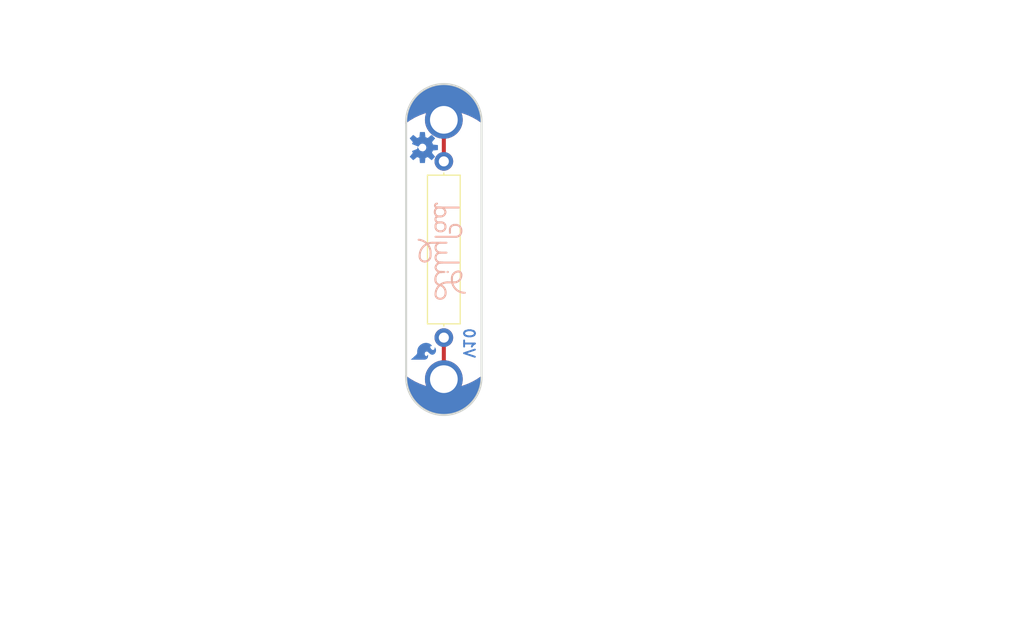
<source format=kicad_pcb>
(kicad_pcb (version 20211014) (generator pcbnew)
  (layers (0 "F.Cu" signal) (1 "In1.Cu" signal) (2 "In2.Cu" signal) (31 "B.Cu" signal) (34 "B.Paste" user) (35 "F.Paste" user) (36 "B.SilkS" user "B.Silkscreen") (37 "F.SilkS" user "F.Silkscreen") (38 "B.Mask" user) (39 "F.Mask" user) (44 "Edge.Cuts" user))
  (net 0 "")
  (net 1 "N$1")
  (net 2 "N$2")
  (footprint "boardEagle:REED_SWITCH_PLASTIC" (layer "F.Cu") (at 148.5011 105.0036 -90)
    (fp_text reference "S1" hide)
    (fp_text value "REED" hide)
    (fp_line (start -7.5 0) (end -7.72 0) (layer "F.SilkS") (width 0.127))
    (fp_line (start -7.5 0) (end -7.5 -1.65) (layer "F.SilkS") (width 0.127))
    (fp_line (start 7.5 -1.65) (end 7.5 0) (layer "F.SilkS") (width 0.127))
    (fp_line (start -7.5 1.65) (end 7.5 1.65) (layer "F.SilkS") (width 0.127))
    (fp_line (start 7.5 0) (end 7.5 1.65) (layer "F.SilkS") (width 0.127))
    (fp_line (start -7.5 1.65) (end -7.5 0) (layer "F.SilkS") (width 0.127))
    (fp_line (start -7.5 -1.65) (end 7.5 -1.65) (layer "F.SilkS") (width 0.127))
    (fp_line (start 7.5 0) (end 7.72 0) (layer "F.SilkS") (width 0.127))
    (pad "P$1" thru_hole circle (at -8.89 0 270) (size 1.8796 1.8796) (drill 1.016) (layers *.Cu *.Mask) (net 2 "N$2"))
    (pad "P$2" thru_hole circle (at 8.89 0 270) (size 1.8796 1.8796) (drill 1.016) (layers *.Cu *.Mask) (net 1 "N$1"))
  )
  (footprint "boardEagle:CREATIVE_COMMONS" (layer "F.Cu") (at 124.079244 143.1036)
    (fp_text reference "FRAME1" hide)
    (fp_text value "" hide)
  )
  (footprint "boardEagle:PETAL-MEDIUM-2SIDE" (layer "F.Cu") (at 148.5011 92.1766 180)
    (fp_text reference "SLIDEON0" hide)
    (fp_text value "SEWTAP8" hide)
    (fp_poly (pts (xy 3.852367 0.4049) (xy 3.78894 0.805364) (xy 3.684 1.197004) (xy 3.538698 1.57553) (xy 3.354625 1.936794) (xy 3.133798 2.276838) (xy 2.878636 2.591936) (xy 2.591936 2.878636) (xy 2.276838 3.133798) (xy 1.936794 3.354625) (xy 1.57553 3.538698) (xy 1.197004 3.684) (xy 0.805364 3.78894) (xy 0.4049 3.852367) (xy -0.001667 3.873675) (xy -0.803752 3.789372) (xy -1.197004 3.684) (xy -1.57553 3.538698) (xy -1.936794 3.354625) (xy -2.276838 3.133798) (xy -2.591936 2.878636) (xy -2.878636 2.591936) (xy -3.133798 2.276838) (xy -3.354625 1.936794) (xy -3.538698 1.57553) (xy -3.684 1.197004) (xy -3.78894 0.805364) (xy -3.852367 0.4049) (xy -3.880162 -0.125451) (xy -3.355573 0.235973) (xy -2.917575 0.488411) (xy -2.460725 0.704831) (xy -1.987953 0.883848) (xy -1.502318 1.0243) (xy -1.006977 1.125275) (xy -0.50513 1.186121) (xy 0 1.206448) (xy 0.50513 1.186121) (xy 1.006977 1.125275) (xy 1.502318 1.0243) (xy 1.987953 0.883848) (xy 2.460725 0.704831) (xy 2.917575 0.488411) (xy 3.355573 0.235973) (xy 3.880162 -0.125451)) (layer "F.Cu") (width 0) (fill solid))
    (fp_poly (pts (xy -3.355573 0.235973) (xy -2.917575 0.488411) (xy -2.460725 0.704831) (xy -1.987953 0.883848) (xy -1.502318 1.0243) (xy -1.006977 1.125275) (xy -0.50513 1.186121) (xy 0 1.206448) (xy 0.50513 1.186121) (xy 1.006977 1.125275) (xy 1.502318 1.0243) (xy 1.987953 0.883848) (xy 2.460725 0.704831) (xy 2.917575 0.488411) (xy 3.355573 0.235973) (xy 3.880162 -0.125451) (xy 3.852367 0.4049) (xy 3.78894 0.805364) (xy 3.684 1.197004) (xy 3.538698 1.57553) (xy 3.354625 1.936794) (xy 3.133798 2.276838) (xy 2.878636 2.591936) (xy 2.591936 2.878636) (xy 2.276838 3.133798) (xy 1.936794 3.354625) (xy 1.57553 3.538698) (xy 1.197004 3.684) (xy 0.805364 3.78894) (xy 0.4049 3.852367) (xy 0 3.873587) (xy -0.4049 3.852367) (xy -0.805364 3.78894) (xy -1.197004 3.684) (xy -1.57553 3.538698) (xy -1.936794 3.354625) (xy -2.276838 3.133798) (xy -2.591936 2.878636) (xy -2.878636 2.591936) (xy -3.133798 2.276838) (xy -3.354625 1.936794) (xy -3.538698 1.57553) (xy -3.684 1.197004) (xy -3.789372 0.803752) (xy -3.887572 -0.130556)) (layer "B.Cu") (width 0) (fill solid))
    (pad "1" thru_hole circle (at 0 0.254 180) (size 3.81 3.81) (drill 2.794) (layers *.Cu *.Mask) (net 2 "N$2"))
  )
  (footprint "boardEagle:PETAL-MEDIUM-2SIDE" (layer "F.Cu") (at 148.5011 117.8306)
    (fp_text reference "SLIDEOFF0" hide)
    (fp_text value "SEWTAP8" hide)
    (fp_poly (pts (xy 3.852367 0.4049) (xy 3.78894 0.805364) (xy 3.684 1.197004) (xy 3.538698 1.57553) (xy 3.354625 1.936794) (xy 3.133798 2.276838) (xy 2.878636 2.591936) (xy 2.591936 2.878636) (xy 2.276838 3.133798) (xy 1.936794 3.354625) (xy 1.57553 3.538698) (xy 1.197004 3.684) (xy 0.805364 3.78894) (xy 0.4049 3.852367) (xy -0.001667 3.873675) (xy -0.803752 3.789372) (xy -1.197004 3.684) (xy -1.57553 3.538698) (xy -1.936794 3.354625) (xy -2.276838 3.133798) (xy -2.591936 2.878636) (xy -2.878636 2.591936) (xy -3.133798 2.276838) (xy -3.354625 1.936794) (xy -3.538698 1.57553) (xy -3.684 1.197004) (xy -3.78894 0.805364) (xy -3.852367 0.4049) (xy -3.880162 -0.125451) (xy -3.355573 0.235973) (xy -2.917575 0.488411) (xy -2.460725 0.704831) (xy -1.987953 0.883848) (xy -1.502318 1.0243) (xy -1.006977 1.125275) (xy -0.50513 1.186121) (xy 0 1.206448) (xy 0.50513 1.186121) (xy 1.006977 1.125275) (xy 1.502318 1.0243) (xy 1.987953 0.883848) (xy 2.460725 0.704831) (xy 2.917575 0.488411) (xy 3.355573 0.235973) (xy 3.880162 -0.125451)) (layer "F.Cu") (width 0) (fill solid))
    (fp_poly (pts (xy -3.355573 0.235973) (xy -2.917575 0.488411) (xy -2.460725 0.704831) (xy -1.987953 0.883848) (xy -1.502318 1.0243) (xy -1.006977 1.125275) (xy -0.50513 1.186121) (xy 0 1.206448) (xy 0.50513 1.186121) (xy 1.006977 1.125275) (xy 1.502318 1.0243) (xy 1.987953 0.883848) (xy 2.460725 0.704831) (xy 2.917575 0.488411) (xy 3.355573 0.235973) (xy 3.880162 -0.125451) (xy 3.852367 0.4049) (xy 3.78894 0.805364) (xy 3.684 1.197004) (xy 3.538698 1.57553) (xy 3.354625 1.936794) (xy 3.133798 2.276838) (xy 2.878636 2.591936) (xy 2.591936 2.878636) (xy 2.276838 3.133798) (xy 1.936794 3.354625) (xy 1.57553 3.538698) (xy 1.197004 3.684) (xy 0.805364 3.78894) (xy 0.4049 3.852367) (xy 0 3.873587) (xy -0.4049 3.852367) (xy -0.805364 3.78894) (xy -1.197004 3.684) (xy -1.57553 3.538698) (xy -1.936794 3.354625) (xy -2.276838 3.133798) (xy -2.591936 2.878636) (xy -2.878636 2.591936) (xy -3.133798 2.276838) (xy -3.354625 1.936794) (xy -3.538698 1.57553) (xy -3.684 1.197004) (xy -3.789372 0.803752) (xy -3.887572 -0.130556)) (layer "B.Cu") (width 0) (fill solid))
    (pad "1" thru_hole circle (at 0 0.254) (size 3.81 3.81) (drill 2.794) (layers *.Cu *.Mask) (net 1 "N$1"))
  )
  (footprint "boardEagle:OSHW-LOGO-S_COPPER" (layer "B.Cu") (at 146.3421 94.7166 90)
    (fp_text reference "LOGO1" hide)
    (fp_text value "OSHW-LOGOS-COPPER" hide)
    (fp_poly (pts (xy 0.301647 1.061351) (xy 0.42347 1.022344) (xy 0.537177 0.963769) (xy 0.92862 1.282946) (xy 1.282946 0.92862) (xy 0.961035 0.533823) (xy 1.057046 0.302084) (xy 1.5638 0.250561) (xy 1.5638 -0.250561) (xy 1.057046 -0.302084) (xy 0.961035 -0.533823) (xy 1.282946 -0.92862) (xy 0.92862 -1.282946) (xy 0.537177 -0.96377) (xy 0.356601 -1.056794) (xy 0.088679 -0.410073) (xy 0.326262 -0.2176) (xy 0.373649 -0.121468) (xy 0.392729 -0.010339) (xy 0.379464 0.101634) (xy 0.334947 0.205229) (xy 0.262842 0.291918) (xy 0.169087 0.354561) (xy 0.061406 0.387999) (xy -0.051342 0.38948) (xy -0.159868 0.358881) (xy -0.255234 0.298724) (xy -0.329589 0.213962) (xy -0.376813 0.111569) (xy -0.392176 0.005767) (xy -0.322923 -0.222565) (xy -0.249312 -0.303773) (xy 0.091677 -0.5081) (xy -0.12929 -0.5081) (xy -0.355332 -1.053732) (xy -0.506597 -0.983577) (xy -0.538922 -0.965192) (xy -0.92862 -1.282946) (xy -1.282946 -0.92862) (xy -0.961035 -0.533823) (xy -1.057046 -0.302084) (xy -1.5638 -0.250561) (xy -1.5638 0.250561) (xy -1.057046 0.302084) (xy -0.961035 0.533823) (xy -1.282946 0.92862) (xy -0.92862 1.282946) (xy -0.533823 0.961035) (xy -0.302084 1.057046) (xy -0.250561 1.5638) (xy 0.250561 1.5638)) (layer "B.Cu") (width 0) (fill solid))
  )
  (footprint "boardEagle:SFE_LOGO_FLAME_COPPER_.1" (layer "B.Cu") (at 144.8181 116.4336 90)
    (fp_text reference "LOGO2" hide)
    (fp_text value "SFE_LOGO_FLAME.1COP" hide)
    (fp_poly (pts (xy 1.401686 2.874747) (xy 1.542639 2.804271) (xy 1.583284 2.773787) (xy 1.602071 2.755) (xy 1.57882 2.755) (xy 1.55882 2.765) (xy 1.500617 2.765) (xy 1.461097 2.75512) (xy 1.411636 2.745228) (xy 1.37264 2.72573) (xy 1.333685 2.696514) (xy 1.314332 2.667484) (xy 1.30463 2.64808) (xy 1.295 2.61919) (xy 1.295 2.560617) (xy 1.304641 2.522052) (xy 1.343884 2.463188) (xy 1.403288 2.403784) (xy 1.442888 2.374084) (xy 1.472516 2.354332) (xy 1.511743 2.334719) (xy 1.590617 2.315) (xy 1.61919 2.315) (xy 1.647297 2.324369) (xy 1.675892 2.352964) (xy 1.68537 2.37192) (xy 1.695 2.40081) (xy 1.695 2.499021) (xy 1.78326 2.443859) (xy 1.864003 2.353022) (xy 1.934549 2.242165) (xy 1.984851 2.091257) (xy 2.015027 1.930319) (xy 2.004962 1.759209) (xy 1.954676 1.56812) (xy 1.854184 1.387235) (xy 1.783756 1.296685) (xy 1.703418 1.216347) (xy 1.622956 1.145943) (xy 1.522229 1.085506) (xy 1.421591 1.045251) (xy 1.311072 1.01511) (xy 1.190414 0.995) (xy 1.000414 0.995) (xy 0.941757 0.985224) (xy 0.843104 0.926032) (xy 0.743664 0.826592) (xy 0.623671 0.6866) (xy 0.503691 0.566619) (xy 0.453696 0.506625) (xy 0.403968 0.456896) (xy 0.373971 0.4069) (xy 0.315 0.347929) (xy 0.315 1.730311) (xy 0.325086 1.811003) (xy 0.345373 1.882007) (xy 0.406175 1.983343) (xy 0.456938 2.023953) (xy 0.497529 2.054397) (xy 0.548569 2.074813) (xy 0.599098 2.084919) (xy 0.659586 2.095) (xy 0.78118 2.095) (xy 0.828441 2.07137) (xy 0.812962 2.055891) (xy 0.771918 2.035369) (xy 0.742703 2.025631) (xy 0.684369 1.967297) (xy 0.675 1.93919) (xy 0.675 1.90081) (xy 0.684531 1.872218) (xy 0.703884 1.843188) (xy 0.762812 1.78426) (xy 0.811428 1.764814) (xy 0.860496 1.755) (xy 0.939383 1.755) (xy 1.017948 1.774641) (xy 1.076582 1.813731) (xy 1.115539 1.862427) (xy 1.135 1.92081) (xy 1.135 1.989092) (xy 1.105698 2.06723) (xy 1.036361 2.136568) (xy 0.95625 2.226693) (xy 0.885887 2.307107) (xy 0.835277 2.398207) (xy 0.815 2.489451) (xy 0.815 2.570811) (xy 0.845445 2.662146) (xy 0.89623 2.743402) (xy 0.98725 2.814195) (xy 1.098313 2.874775) (xy 1.209549 2.895) (xy 1.310549 2.895)) (layer "B.Cu") (width 0) (fill solid))
  )
  (footprint "boardEagle:LOGO-LILYPAD" (layer "B.Cu") (at 148.6281 105.1306 90)
    (fp_text reference "U$1" hide)
    (fp_text value "LOGO-LPLP" hide)
    (fp_line (start 0.81 -1.265) (end 0.81 -0.465) (layer "B.SilkS") (width 0.2032))
    (fp_line (start 2.61 1.135) (end 2.61 0.935) (layer "B.SilkS") (width 0.2032))
    (fp_line (start -2.14 -0.365) (end -2.14 -0.065) (layer "B.SilkS") (width 0.2032))
    (fp_line (start -2.14 -0.365) (end -2.14 -0.515) (layer "B.SilkS") (width 0.2032))
    (fp_line (start 2.11 0.485) (end 1.81 0.485) (layer "B.SilkS") (width 0.2032))
    (fp_line (start -3.19 0.235) (end -3.19 0.935) (layer "B.SilkS") (width 0.2032))
    (fp_line (start -0.49 -1.465) (end -0.29 -1.465) (layer "B.SilkS") (width 0.2032))
    (fp_line (start 1.41 -0.965) (end 1.41 1.135) (layer "B.SilkS") (width 0.2032))
    (fp_line (start -2.94 0.685) (end -2.79 0.685) (layer "B.SilkS") (width 0.2032))
    (fp_line (start 4.36 -0.715) (end 4.36 -0.815) (layer "B.SilkS") (width 0.2032))
    (fp_line (start -2.49 1.635) (end -2.39 1.635) (layer "B.SilkS") (width 0.2032))
    (fp_line (start -2.14 0.235) (end -2.14 0.285) (layer "B.SilkS") (width 0.2032))
    (fp_line (start 0.81 -0.465) (end 0.81 0.135) (layer "B.SilkS") (width 0.2032))
    (fp_line (start 2.86 -0.365) (end 2.86 -0.565) (layer "B.SilkS") (width 0.2032))
    (fp_line (start -0.19 -0.465) (end -0.19 0.135) (layer "B.SilkS") (width 0.2032))
    (fp_line (start -1.19 -0.465) (end -1.19 -0.415) (layer "B.SilkS") (width 0.2032))
    (fp_line (start 2.36 0.035) (end 2.46 0.035) (layer "B.SilkS") (width 0.2032))
    (fp_line (start 3.46 -0.715) (end 3.46 -0.465) (layer "B.SilkS") (width 0.2032))
    (fp_line (start 2.56 -0.965) (end 2.36 -0.965) (layer "B.SilkS") (width 0.2032))
    (fp_line (start -0.59 -2.565) (end -0.49 -2.565) (layer "B.SilkS") (width 0.2032))
    (fp_line (start 4.36 -0.615) (end 4.36 1.385) (layer "B.SilkS") (width 0.2032))
    (fp_line (start -1.19 -0.265) (end -1.19 1.385) (layer "B.SilkS") (width 0.2032))
    (fp_line (start 3.46 -0.765) (end 3.46 -0.715) (layer "B.SilkS") (width 0.2032))
    (fp_arc (start -4.39 -0.965) (mid -3.541472 -0.613528) (end -3.19 0.235) (layer "B.SilkS") (width 0.2032))
    (fp_arc (start 4.36 -0.815) (mid 4.418579 -0.956421) (end 4.56 -1.015) (layer "B.SilkS") (width 0.2032))
    (fp_arc (start 3.91 0.035) (mid 3.581447 -0.121802) (end 3.46 -0.465) (layer "B.SilkS") (width 0.2032))
    (fp_arc (start 2.609999 1.134999) (mid 2.413529 1.509234) (end 2.01 1.635) (layer "B.SilkS") (width 0.2032))
    (fp_arc (start 3.46 -0.715) (mid 3.697868 -0.989264) (end 4.06 -1.015) (layer "B.SilkS") (width 0.2032))
    (fp_arc (start -1.19 -0.415) (mid -1.187119 -0.34) (end -1.19 -0.265) (layer "B.SilkS") (width 0.2032))
    (fp_arc (start 0.31 -0.965) (mid 0.663553 -0.818553) (end 0.81 -0.465) (layer "B.SilkS") (width 0.2032))
    (fp_arc (start 2.109999 0.484999) (mid 2.453171 0.606475) (end 2.61 0.935) (layer "B.SilkS") (width 0.2032))
    (fp_arc (start -3.44 -0.565) (mid -3.790736 -0.068249) (end -4.39 0.035) (layer "B.SilkS") (width 0.2032))
    (fp_arc (start -3.44 -0.565) (mid -3.222842 -0.889264) (end -2.839999 -0.964999) (layer "B.SilkS") (width 0.2032))
    (fp_arc (start -2.09 1.335) (mid -2.177868 1.547132) (end -2.39 1.635) (layer "B.SilkS") (width 0.2032))
    (fp_arc (start -4.39 0.035) (mid -4.739264 -0.171802) (end -4.84 -0.565) (layer "B.SilkS") (width 0.2032))
    (fp_arc (start -0.489999 -1.464999) (mid -0.914264 -1.640735) (end -1.09 -2.065) (layer "B.SilkS") (width 0.2032))
    (fp_arc (start 1.11 -2.665) (mid 0.658528 -1.775051) (end -0.29 -1.465) (layer "B.SilkS") (width 0.2032))
    (fp_arc (start 4.36 -0.715) (mid 4.372311 -0.615) (end 4.36 -0.515) (layer "B.SilkS") (width 0.2032))
    (fp_arc (start 2.36 0.035) (mid 2.056447 -0.132157) (end 1.96 -0.465) (layer "B.SilkS") (width 0.2032))
    (fp_arc (start 4.36 -0.515) (mid 4.248909 -0.146802) (end 3.91 0.035) (layer "B.SilkS") (width 0.2032))
    (fp_arc (start 2.86 -0.365) (mid 2.742843 -0.082157) (end 2.46 0.035) (layer "B.SilkS") (width 0.2032))
    (fp_arc (start 2.56 -0.965) (mid 2.792843 -0.827132) (end 2.86 -0.565) (layer "B.SilkS") (width 0.2032))
    (fp_arc (start 2.86 -0.565) (mid 2.902157 -0.816777) (end 3.11 -0.965) (layer "B.SilkS") (width 0.2032))
    (fp_arc (start -1.19 -0.465) (mid -1.043553 -0.818553) (end -0.69 -0.965) (layer "B.SilkS") (width 0.2032))
    (fp_arc (start 1.959999 -0.464999) (mid 2.056446 -0.797842) (end 2.36 -0.965) (layer "B.SilkS") (width 0.2032))
    (fp_arc (start -3.190001 -0.914999) (mid -2.582158 -0.932462) (end -2.14 -0.515) (layer "B.SilkS") (width 0.2032))
    (fp_arc (start -2.79 0.685) (mid -2.305381 0.865025) (end -2.09 1.335) (layer "B.SilkS") (width 0.2032))
    (fp_arc (start 4.059999 -1.015) (mid 4.251547 -0.906548) (end 4.36 -0.715) (layer "B.SilkS") (width 0.2032))
    (fp_arc (start 3.11 -0.965) (mid 3.326421 -0.937487) (end 3.46 -0.765) (layer "B.SilkS") (width 0.2032))
    (fp_arc (start -4.24 1.985) (mid -3.859239 1.065761) (end -2.94 0.685) (layer "B.SilkS") (width 0.2032))
    (fp_arc (start -2.49 1.635) (mid -2.984975 1.429975) (end -3.19 0.935) (layer "B.SilkS") (width 0.2032))
    (fp_arc (start -1.09 -2.065) (mid -0.943553 -2.418553) (end -0.59 -2.565) (layer "B.SilkS") (width 0.2032))
    (fp_arc (start -0.19 -0.465) (mid -0.043553 -0.818553) (end 0.31 -0.965) (layer "B.SilkS") (width 0.2032))
    (fp_arc (start -0.49 -2.565) (mid 0.429239 -2.184239) (end 0.81 -1.265) (layer "B.SilkS") (width 0.2032))
    (fp_arc (start -4.84 -0.565) (mid -4.697843 -0.858198) (end -4.39 -0.965) (layer "B.SilkS") (width 0.2032))
    (fp_arc (start 2.01 1.635) (mid 1.606447 1.509264) (end 1.41 1.135) (layer "B.SilkS") (width 0.2032))
    (fp_arc (start -2.14 -0.365) (mid -2.039264 -0.758198) (end -1.69 -0.965) (layer "B.SilkS") (width 0.2032))
    (fp_arc (start -1.690001 -0.965) (mid -1.338239 -0.782511) (end -1.19 -0.415) (layer "B.SilkS") (width 0.2032))
    (fp_arc (start -0.69 -0.965) (mid -0.336447 -0.818553) (end -0.19 -0.465) (layer "B.SilkS") (width 0.2032))
    (fp_arc (start 4.56 -1.015) (mid 4.701421 -0.956421) (end 4.76 -0.815) (layer "B.SilkS") (width 0.2032))
  )
  (gr_line (start 152.3011 92.1136) (end 152.3011 117.8936) (layer "Edge.Cuts") (width 0.2032))
  (gr_arc (start 144.7011 92.1136) (mid 148.5011 88.3136) (end 152.3011 92.1136) (layer "Edge.Cuts") (width 0.2032))
  (gr_arc (start 152.3011 117.8936) (mid 148.5011 121.6936) (end 144.7011 117.8936) (layer "Edge.Cuts") (width 0.2032))
  (gr_line (start 144.7011 92.1136) (end 144.7011 117.8936) (layer "Edge.Cuts") (width 0.2032))
  (gr_text "V10" (at 150.4061 116.0526 -90) (layer "B.Cu") (effects (font (size 1.0795 1.0795) (thickness 0.1905)) (justify left bottom mirror)))
  (segment (start 148.5011 118.0846) (end 148.5011 113.8936) (width 0.4064) (layer "F.Cu") (net 1))
  (segment (start 148.5011 91.9226) (end 148.5011 96.1136) (width 0.4064) (layer "F.Cu") (net 2))
)
</source>
